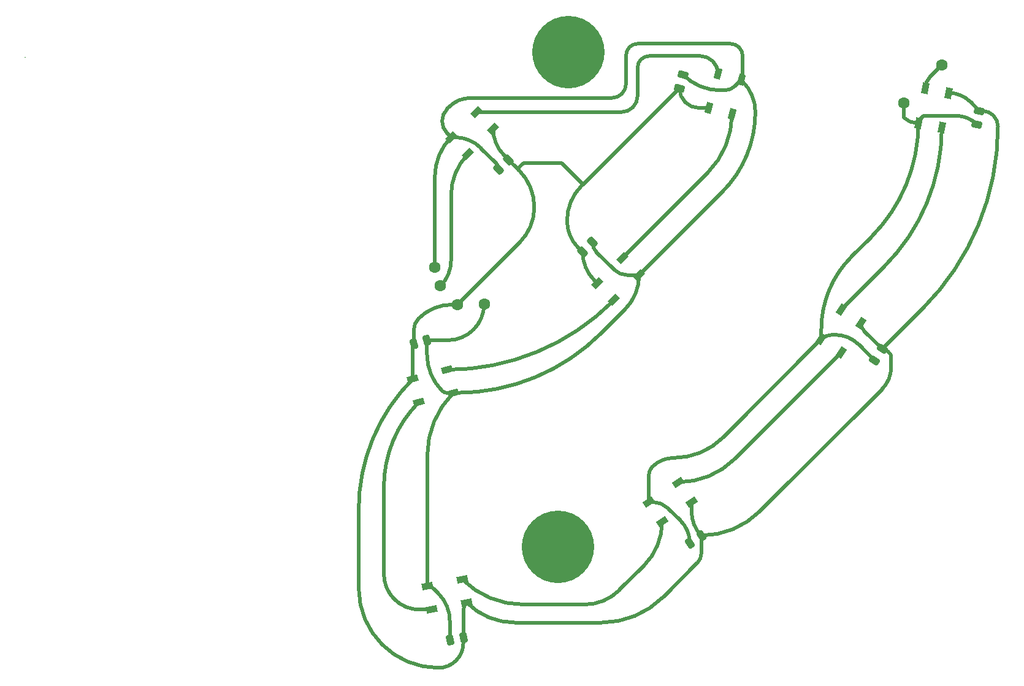
<source format=gbr>
G04 #@! TF.GenerationSoftware,KiCad,Pcbnew,6.0.11+dfsg-1~bpo11+1*
G04 #@! TF.CreationDate,2023-09-28T20:24:00+02:00*
G04 #@! TF.ProjectId,LampeRammstein,4c616d70-6552-4616-9d6d-737465696e2e,rev?*
G04 #@! TF.SameCoordinates,Original*
G04 #@! TF.FileFunction,Copper,L1,Top*
G04 #@! TF.FilePolarity,Positive*
%FSLAX46Y46*%
G04 Gerber Fmt 4.6, Leading zero omitted, Abs format (unit mm)*
G04 Created by KiCad (PCBNEW 6.0.11+dfsg-1~bpo11+1) date 2023-09-28 20:24:00*
%MOMM*%
%LPD*%
G01*
G04 APERTURE LIST*
G04 Aperture macros list*
%AMRoundRect*
0 Rectangle with rounded corners*
0 $1 Rounding radius*
0 $2 $3 $4 $5 $6 $7 $8 $9 X,Y pos of 4 corners*
0 Add a 4 corners polygon primitive as box body*
4,1,4,$2,$3,$4,$5,$6,$7,$8,$9,$2,$3,0*
0 Add four circle primitives for the rounded corners*
1,1,$1+$1,$2,$3*
1,1,$1+$1,$4,$5*
1,1,$1+$1,$6,$7*
1,1,$1+$1,$8,$9*
0 Add four rect primitives between the rounded corners*
20,1,$1+$1,$2,$3,$4,$5,0*
20,1,$1+$1,$4,$5,$6,$7,0*
20,1,$1+$1,$6,$7,$8,$9,0*
20,1,$1+$1,$8,$9,$2,$3,0*%
%AMRotRect*
0 Rectangle, with rotation*
0 The origin of the aperture is its center*
0 $1 length*
0 $2 width*
0 $3 Rotation angle, in degrees counterclockwise*
0 Add horizontal line*
21,1,$1,$2,0,0,$3*%
G04 Aperture macros list end*
G04 #@! TA.AperFunction,NonConductor*
%ADD10C,0.200000*%
G04 #@! TD*
G04 #@! TA.AperFunction,SMDPad,CuDef*
%ADD11RoundRect,0.250000X-0.417100X0.337864X-0.514646X-0.152528X0.417100X-0.337864X0.514646X0.152528X0*%
G04 #@! TD*
G04 #@! TA.AperFunction,SMDPad,CuDef*
%ADD12RoundRect,0.250000X-0.256056X0.471763X-0.533841X0.056028X0.256056X-0.471763X0.533841X-0.056028X0*%
G04 #@! TD*
G04 #@! TA.AperFunction,ComponentPad*
%ADD13C,10.000000*%
G04 #@! TD*
G04 #@! TA.AperFunction,SMDPad,CuDef*
%ADD14RoundRect,0.250000X0.152528X0.514646X-0.337864X0.417100X-0.152528X-0.514646X0.337864X-0.417100X0*%
G04 #@! TD*
G04 #@! TA.AperFunction,SMDPad,CuDef*
%ADD15RotRect,1.500000X0.900000X213.750000*%
G04 #@! TD*
G04 #@! TA.AperFunction,SMDPad,CuDef*
%ADD16RotRect,1.500000X0.900000X45.000000*%
G04 #@! TD*
G04 #@! TA.AperFunction,SMDPad,CuDef*
%ADD17RotRect,1.500000X0.900000X191.250000*%
G04 #@! TD*
G04 #@! TA.AperFunction,SMDPad,CuDef*
%ADD18RoundRect,0.250000X0.159099X-0.512652X0.512652X-0.159099X-0.159099X0.512652X-0.512652X0.159099X0*%
G04 #@! TD*
G04 #@! TA.AperFunction,SMDPad,CuDef*
%ADD19RoundRect,0.250000X-0.159099X0.512652X-0.512652X0.159099X0.159099X-0.512652X0.512652X-0.159099X0*%
G04 #@! TD*
G04 #@! TA.AperFunction,SMDPad,CuDef*
%ADD20RotRect,1.500000X0.900000X236.250000*%
G04 #@! TD*
G04 #@! TA.AperFunction,SMDPad,CuDef*
%ADD21RoundRect,0.250000X0.394110X-0.364421X0.523520X0.118542X-0.394110X0.364421X-0.523520X-0.118542X0*%
G04 #@! TD*
G04 #@! TA.AperFunction,SMDPad,CuDef*
%ADD22RotRect,1.500000X0.900000X258.750000*%
G04 #@! TD*
G04 #@! TA.AperFunction,SMDPad,CuDef*
%ADD23RotRect,1.500000X0.900000X15.000000*%
G04 #@! TD*
G04 #@! TA.AperFunction,SMDPad,CuDef*
%ADD24RoundRect,0.250000X-0.056028X0.533841X-0.471763X0.256056X0.056028X-0.533841X0.471763X-0.256056X0*%
G04 #@! TD*
G04 #@! TA.AperFunction,SMDPad,CuDef*
%ADD25RotRect,1.500000X0.900000X75.000000*%
G04 #@! TD*
G04 #@! TA.AperFunction,SMDPad,CuDef*
%ADD26RotRect,1.500000X0.900000X225.000000*%
G04 #@! TD*
G04 #@! TA.AperFunction,SMDPad,CuDef*
%ADD27RoundRect,0.250000X-0.118542X-0.523520X0.364421X-0.394110X0.118542X0.523520X-0.364421X0.394110X0*%
G04 #@! TD*
G04 #@! TA.AperFunction,ViaPad*
%ADD28C,1.600000*%
G04 #@! TD*
G04 #@! TA.AperFunction,Conductor*
%ADD29C,0.500000*%
G04 #@! TD*
G04 APERTURE END LIST*
D10*
X58420001Y-59690000D02*
G75*
G03*
X58420001Y-59690000I-1J0D01*
G01*
D11*
X190185336Y-67068254D03*
X189814664Y-68931746D03*
D12*
X176777792Y-99960104D03*
X175722208Y-101539896D03*
D13*
X133460000Y-58970000D03*
D14*
X118931746Y-139814664D03*
X117068254Y-140185336D03*
D15*
X150453791Y-121100778D03*
X148620410Y-118356928D03*
X144546209Y-121079222D03*
X146379590Y-123823072D03*
D16*
X137410862Y-90875685D03*
X139744315Y-93209138D03*
X143209138Y-89744315D03*
X140875685Y-87410862D03*
D17*
X119404823Y-135000324D03*
X118761025Y-131763733D03*
X113955177Y-132719676D03*
X114598975Y-135956267D03*
D18*
X135406498Y-86593502D03*
X136750000Y-85250000D03*
D19*
X125171751Y-73828249D03*
X123828249Y-75171751D03*
D20*
X173823072Y-96379590D03*
X171079222Y-94546209D03*
X168356928Y-98620410D03*
X171100778Y-100453791D03*
D21*
X148754122Y-63917630D03*
X149245878Y-62082370D03*
D22*
X185956267Y-64598975D03*
X182719676Y-63955177D03*
X181763733Y-68761025D03*
X185000324Y-69404823D03*
D23*
X111956430Y-104100329D03*
X112810533Y-107287884D03*
X117543570Y-106019671D03*
X116689467Y-102832116D03*
D13*
X132020000Y-127300000D03*
D24*
X151789896Y-125722208D03*
X150210104Y-126777792D03*
D25*
X152832116Y-66689467D03*
X156019671Y-67543570D03*
X157287884Y-62810533D03*
X154100329Y-61956430D03*
D26*
X123049138Y-69584315D03*
X120715685Y-67250862D03*
X117250862Y-70715685D03*
X119584315Y-73049138D03*
D27*
X112082370Y-99245878D03*
X113917630Y-98754122D03*
D28*
X118130000Y-93830000D03*
X114950000Y-88670000D03*
X121800000Y-93750000D03*
X179792056Y-65957944D03*
X115770000Y-91260000D03*
X185000000Y-60750000D03*
D29*
X146535534Y-134214466D02*
X151250000Y-129500000D01*
X118931746Y-139814664D02*
X118931746Y-136142432D01*
X124549138Y-73205637D02*
X125171751Y-73828249D01*
X151789896Y-125722208D02*
X151789898Y-125722208D01*
X134796445Y-85983450D02*
X135406498Y-86593502D01*
X174265575Y-97447887D02*
X176777792Y-99960104D01*
X126421750Y-75078250D02*
X126154025Y-74810524D01*
X151789896Y-128196576D02*
X151789896Y-125722208D01*
X182328734Y-94409162D02*
X176777792Y-99960104D01*
X148754122Y-63917630D02*
X135460876Y-77210876D01*
X178000000Y-100750000D02*
X178000000Y-102482234D01*
X126043128Y-137750000D02*
X138000000Y-137750000D01*
X137017159Y-90481983D02*
X137410862Y-90875685D01*
X118130000Y-93830000D02*
X126714745Y-85245255D01*
X150453791Y-121100778D02*
X150453791Y-122496566D01*
X127250000Y-74250000D02*
X132500000Y-74250000D01*
X190185336Y-67068254D02*
X190568254Y-67068254D01*
X177515794Y-100265794D02*
X178000000Y-100750000D01*
X126421750Y-75078250D02*
X127250000Y-74250000D01*
X118130000Y-93830000D02*
X117385290Y-93830000D01*
X132500000Y-74250000D02*
X135460876Y-77210876D01*
X151525959Y-66689467D02*
X152832116Y-66689467D01*
X111956430Y-99549924D02*
X111956430Y-104100329D01*
X118931746Y-140568254D02*
X118931746Y-139814664D01*
X126154025Y-74810524D02*
X125171751Y-73828249D01*
X126613275Y-75269774D02*
X126421750Y-75078250D01*
X190185336Y-67068254D02*
X188960417Y-65843335D01*
X135460876Y-77210876D02*
X135249874Y-77421878D01*
X112082370Y-97361801D02*
X112082370Y-99245878D01*
X159877991Y-122372010D02*
X176750000Y-105500000D01*
X104480000Y-122150027D02*
X104480000Y-132980000D01*
X124549138Y-73205637D02*
G75*
G02*
X123049138Y-69584315I3621362J3621337D01*
G01*
X146535541Y-134214473D02*
G75*
G02*
X138000000Y-137750000I-8535541J8535573D01*
G01*
X126043128Y-137749974D02*
G75*
G02*
X119404823Y-135000324I-28J9387974D01*
G01*
X151525959Y-66689478D02*
G75*
G02*
X148754122Y-63917630I41J2771878D01*
G01*
X185956267Y-64599004D02*
G75*
G02*
X188960416Y-65843336I33J-4248496D01*
G01*
X118931700Y-140568254D02*
G75*
G02*
X115500000Y-144000000I-3431700J-46D01*
G01*
X119404813Y-135000314D02*
G75*
G03*
X118931746Y-136142432I1142087J-1142086D01*
G01*
X126613285Y-75269764D02*
G75*
G02*
X128730000Y-80380000I-5110285J-5110236D01*
G01*
X134796444Y-85983451D02*
G75*
G02*
X133250000Y-82250000I3733456J3733451D01*
G01*
X104480012Y-122150027D02*
G75*
G02*
X111956431Y-104100330I25526088J27D01*
G01*
X151789887Y-125722217D02*
G75*
G02*
X150453791Y-122496566I3225613J3225617D01*
G01*
X133250002Y-82250000D02*
G75*
G02*
X135249874Y-77421878I6827998J0D01*
G01*
X137017169Y-90481973D02*
G75*
G02*
X135406498Y-86593502I3888431J3888473D01*
G01*
X128730002Y-80380000D02*
G75*
G02*
X126714745Y-85245255I-6880502J0D01*
G01*
X151789885Y-128196576D02*
G75*
G02*
X151249999Y-129499999I-1843285J-24D01*
G01*
X176749990Y-105499990D02*
G75*
G03*
X178000000Y-102482234I-3017790J3017790D01*
G01*
X112082371Y-97361801D02*
G75*
G02*
X112750000Y-95750000I2279429J1D01*
G01*
X182328728Y-94409156D02*
G75*
G03*
X192750000Y-69250000I-25159128J25159156D01*
G01*
X115500000Y-144000000D02*
G75*
G02*
X104480000Y-132980000I0J11020000D01*
G01*
X159877996Y-122372015D02*
G75*
G02*
X151789898Y-125722208I-8088096J8088115D01*
G01*
X177515799Y-100265789D02*
G75*
G03*
X176777792Y-99960104I-737999J-738011D01*
G01*
X111956443Y-99549924D02*
G75*
G02*
X112082370Y-99245878I429957J24D01*
G01*
X112750003Y-95750003D02*
G75*
G02*
X117385290Y-93830000I4635297J-4635297D01*
G01*
X192750046Y-69250000D02*
G75*
G03*
X190568254Y-67068254I-2181746J0D01*
G01*
X174265564Y-97447898D02*
G75*
G02*
X173823072Y-96379590I1068336J1068298D01*
G01*
X144583734Y-59500000D02*
X151643899Y-59500000D01*
X140749138Y-67250862D02*
X120715685Y-67250862D01*
X143000000Y-65000000D02*
X143000000Y-61083734D01*
X140749138Y-67250900D02*
G75*
G03*
X143000000Y-65000000I-38J2250900D01*
G01*
X154100300Y-61956430D02*
G75*
G03*
X151643899Y-59500000I-2456400J30D01*
G01*
X144583734Y-59500000D02*
G75*
G03*
X143000000Y-61083734I-34J-1583700D01*
G01*
X117250862Y-70715685D02*
X117738263Y-70715685D01*
X141231681Y-94518320D02*
X138000000Y-97750000D01*
X113955177Y-132719676D02*
X113955177Y-114682818D01*
X143209138Y-89744315D02*
X141546935Y-89744315D01*
X148924804Y-123674805D02*
X147250000Y-122000000D01*
X157500000Y-59500000D02*
X157500000Y-62598417D01*
X143000000Y-57800000D02*
X155800000Y-57800000D01*
X116707107Y-66792893D02*
X117000000Y-66500000D01*
X154686720Y-78266734D02*
X143209138Y-89744315D01*
X144546209Y-121079222D02*
X144546209Y-117363315D01*
X116651043Y-106019671D02*
X117543570Y-106019671D01*
X139750000Y-89000000D02*
X137280331Y-86530331D01*
X117250862Y-70715685D02*
X116682233Y-70147056D01*
X175240502Y-84509498D02*
X172500000Y-87250000D01*
X168356928Y-97252260D02*
X168356928Y-98620410D01*
X173548663Y-99366351D02*
X175722208Y-101539896D01*
X145027046Y-121079222D02*
X144546209Y-121079222D01*
X169854730Y-98000000D02*
X170250000Y-98000000D01*
X115000000Y-88549290D02*
X115000000Y-79768812D01*
X157287884Y-62810533D02*
X156448339Y-63650078D01*
X179750000Y-68000000D02*
X179750000Y-66059476D01*
X157287884Y-62810533D02*
X157498248Y-63020897D01*
X119897056Y-65300000D02*
X139402893Y-65300000D01*
X115500000Y-133750000D02*
X114833482Y-133083482D01*
X168356928Y-98620410D02*
X154789741Y-112187597D01*
X115000000Y-79768812D02*
X115000000Y-76149746D01*
X117068254Y-140185336D02*
X117068254Y-137536100D01*
X157287884Y-62810533D02*
X157287884Y-63212116D01*
X154478999Y-64250000D02*
X155000000Y-64250000D01*
X182500000Y-67750000D02*
X186961677Y-67750000D01*
X181763733Y-68761025D02*
X181587276Y-68761025D01*
X123479290Y-74329291D02*
X121370000Y-72220000D01*
X141400000Y-59400000D02*
X141400000Y-63302893D01*
X181958016Y-68291984D02*
X182500000Y-67750000D01*
X113917630Y-98754122D02*
X113917630Y-100722715D01*
X118035249Y-106019671D02*
X117543570Y-106019671D01*
X113917630Y-98754122D02*
X116795878Y-98754122D01*
X154478999Y-64249986D02*
G75*
G02*
X149245878Y-62082370I1J7400786D01*
G01*
X169854730Y-98000018D02*
G75*
G03*
X168356928Y-98620410I-30J-2118182D01*
G01*
X145027046Y-121079174D02*
G75*
G02*
X147250000Y-122000000I-46J-3143726D01*
G01*
X155000000Y-64249988D02*
G75*
G03*
X156448339Y-63650078I0J2048288D01*
G01*
X118035249Y-106019670D02*
G75*
G03*
X138000000Y-97750000I1J28234420D01*
G01*
X179750007Y-67999993D02*
G75*
G03*
X181587276Y-68761025I1837293J1837293D01*
G01*
X123479322Y-74329259D02*
G75*
G02*
X123828249Y-75171751I-842522J-842441D01*
G01*
X173548660Y-99366354D02*
G75*
G03*
X170250000Y-98000000I-3298660J-3298646D01*
G01*
X145012564Y-116237438D02*
G75*
G03*
X144546209Y-117363315I1125836J-1125862D01*
G01*
X175240501Y-84509497D02*
G75*
G03*
X181763733Y-68761025I-15748481J15748477D01*
G01*
X113955177Y-132719697D02*
G75*
G02*
X114833481Y-133083483I23J-1242103D01*
G01*
X157287884Y-62810500D02*
G75*
G03*
X157500000Y-62598417I16J212100D01*
G01*
X145012558Y-116237432D02*
G75*
G02*
X148000000Y-115000000I2987442J-2987468D01*
G01*
X159249986Y-67250000D02*
G75*
G03*
X157498248Y-63020897I-5980886J0D01*
G01*
X116651043Y-106019653D02*
G75*
G02*
X116000000Y-105750000I-43J920653D01*
G01*
X157500000Y-59500000D02*
G75*
G03*
X155800000Y-57800000I-1700000J0D01*
G01*
X179792065Y-65957953D02*
G75*
G03*
X179750000Y-66059476I101535J-101547D01*
G01*
X115500000Y-133750000D02*
G75*
G02*
X117068254Y-137536100I-3786100J-3786100D01*
G01*
X136750012Y-85250000D02*
G75*
G03*
X137280331Y-86530331I1810688J0D01*
G01*
X148924804Y-123674805D02*
G75*
G02*
X150210104Y-126777792I-3103004J-3102995D01*
G01*
X148000000Y-115000012D02*
G75*
G03*
X154789741Y-112187597I0J9602112D01*
G01*
X121370011Y-72219989D02*
G75*
G03*
X117738263Y-70715685I-3631711J-3631711D01*
G01*
X143000000Y-57800000D02*
G75*
G03*
X141400000Y-59400000I0J-1600000D01*
G01*
X121800022Y-93750000D02*
G75*
G02*
X116795878Y-98754122I-5004122J0D01*
G01*
X168356912Y-97252260D02*
G75*
G02*
X172500000Y-87250000I14145388J-40D01*
G01*
X154686717Y-78266731D02*
G75*
G03*
X159250000Y-67250000I-11016717J11016731D01*
G01*
X181763764Y-68761025D02*
G75*
G02*
X181958018Y-68291984I663336J25D01*
G01*
X117250862Y-70715685D02*
G75*
G03*
X115000000Y-76149746I5434068J-5434065D01*
G01*
X141231668Y-94518307D02*
G75*
G03*
X143209138Y-89744315I-4773968J4774007D01*
G01*
X141400000Y-63302893D02*
G75*
G02*
X139402893Y-65300000I-1997100J-7D01*
G01*
X139749990Y-89000010D02*
G75*
G03*
X141546935Y-89744315I1796910J1796910D01*
G01*
X117543565Y-106019666D02*
G75*
G03*
X113955177Y-114682818I8663135J-8663134D01*
G01*
X116000004Y-105749996D02*
G75*
G02*
X113917630Y-100722715I5027296J5027296D01*
G01*
X116707110Y-66792896D02*
G75*
G03*
X116000000Y-68500000I1707090J-1707104D01*
G01*
X189814669Y-68931741D02*
G75*
G03*
X186961677Y-67750000I-2852969J-2852959D01*
G01*
X116000004Y-68500000D02*
G75*
G03*
X116682234Y-70147055I2329296J0D01*
G01*
X114999995Y-88549290D02*
G75*
G02*
X114950000Y-88670000I-170695J-10D01*
G01*
X119897056Y-65299982D02*
G75*
G03*
X117000000Y-66500000I44J-4097118D01*
G01*
X181957995Y-68291963D02*
G75*
G03*
X181763733Y-68761025I469105J-469037D01*
G01*
X117240000Y-87711107D02*
X117240000Y-78708815D01*
X117240002Y-87711107D02*
G75*
G02*
X115770000Y-91260000I-5018902J7D01*
G01*
X119584306Y-73049129D02*
G75*
G03*
X117240000Y-78708815I5659694J-5659671D01*
G01*
X140875685Y-87410862D02*
X152679789Y-75606758D01*
X156019649Y-67543570D02*
G75*
G02*
X152679789Y-75606758I-11403049J-30D01*
G01*
X114598975Y-135956267D02*
X112878369Y-135956267D01*
X107960000Y-118998106D02*
X107960000Y-131037898D01*
X107960033Y-131037898D02*
G75*
G03*
X112878369Y-135956267I4918367J-2D01*
G01*
X107960018Y-118998106D02*
G75*
G02*
X112810533Y-107287884I16560782J6D01*
G01*
X143871243Y-129878757D02*
X140500000Y-133250000D01*
X135671573Y-135250000D02*
X127177618Y-135250000D01*
X118761008Y-131763750D02*
G75*
G03*
X127177618Y-135250000I8416592J8416650D01*
G01*
X135671573Y-135249988D02*
G75*
G03*
X140499999Y-133249999I27J6828388D01*
G01*
X143871248Y-129878762D02*
G75*
G03*
X146379590Y-123823072I-6055648J6055662D01*
G01*
X139744315Y-93209138D02*
X139619104Y-93334349D01*
X116689467Y-102832112D02*
G75*
G03*
X139619103Y-93334348I3J32427402D01*
G01*
X171100778Y-100453791D02*
X156434232Y-115120337D01*
X148620410Y-118356930D02*
G75*
G03*
X156434231Y-115120336I-10J11050430D01*
G01*
X177066385Y-88559046D02*
X171079222Y-94546209D01*
X177066384Y-88559045D02*
G75*
G03*
X185000324Y-69404823I-19154224J19154225D01*
G01*
X183373646Y-62376354D02*
X185000000Y-60750000D01*
X183373651Y-62376359D02*
G75*
G03*
X182719676Y-63955177I1578849J-1578841D01*
G01*
M02*

</source>
